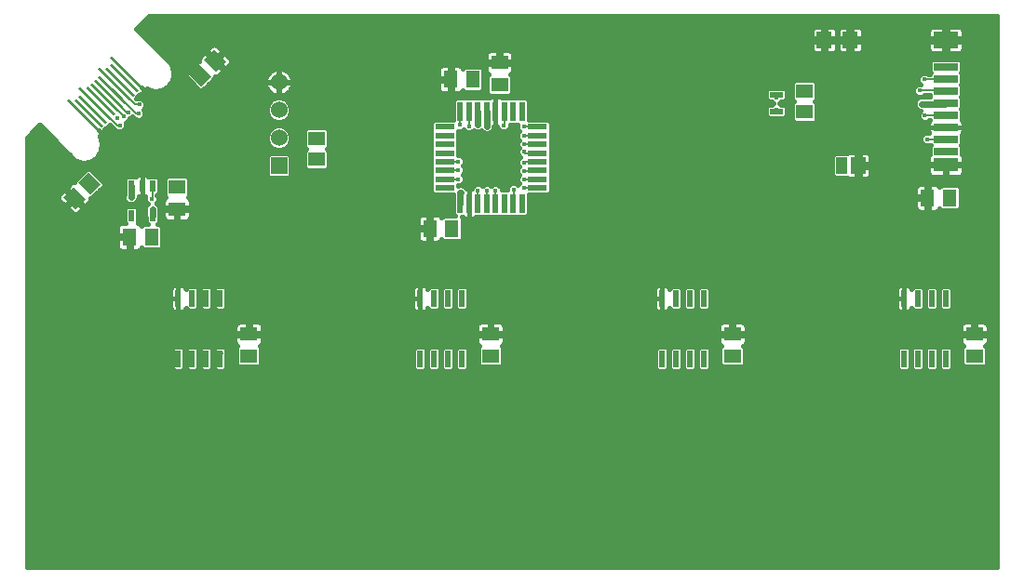
<source format=gtl>
G75*
%MOIN*%
%OFA0B0*%
%FSLAX24Y24*%
%IPPOS*%
%LPD*%
%AMOC8*
5,1,8,0,0,1.08239X$1,22.5*
%
%ADD10R,0.0197X0.0591*%
%ADD11R,0.0600X0.0600*%
%ADD12C,0.0600*%
%ADD13R,0.0512X0.0630*%
%ADD14R,0.0886X0.0512*%
%ADD15R,0.0886X0.0276*%
%ADD16R,0.0886X0.0591*%
%ADD17R,0.0551X0.0591*%
%ADD18R,0.0394X0.0591*%
%ADD19R,0.0709X0.0217*%
%ADD20R,0.0217X0.0709*%
%ADD21R,0.0630X0.0512*%
%ADD22R,0.0591X0.0512*%
%ADD23R,0.0217X0.0394*%
%ADD24R,0.1378X0.0098*%
%ADD25R,0.1575X0.0098*%
%ADD26R,0.0512X0.0591*%
%ADD27R,0.0500X0.0200*%
%ADD28C,0.0178*%
%ADD29C,0.0051*%
%ADD30C,0.0236*%
%ADD31C,0.0160*%
%ADD32C,0.0197*%
%ADD33C,0.0150*%
%ADD34C,0.0079*%
D10*
X008238Y008460D03*
X008738Y008460D03*
X009238Y008460D03*
X009738Y008460D03*
X009738Y010626D03*
X009238Y010626D03*
X008738Y010626D03*
X008238Y010626D03*
X016899Y010626D03*
X017399Y010626D03*
X017899Y010626D03*
X018399Y010626D03*
X018399Y008460D03*
X017899Y008460D03*
X017399Y008460D03*
X016899Y008460D03*
X025561Y008460D03*
X026061Y008460D03*
X026561Y008460D03*
X027061Y008460D03*
X027061Y010626D03*
X026561Y010626D03*
X026061Y010626D03*
X025561Y010626D03*
X034222Y010626D03*
X034722Y010626D03*
X035222Y010626D03*
X035722Y010626D03*
X035722Y008460D03*
X035222Y008460D03*
X034722Y008460D03*
X034222Y008460D03*
D11*
X011839Y015381D03*
D12*
X011839Y016381D03*
X011839Y017381D03*
X011839Y018381D03*
D13*
X017995Y018481D03*
X018782Y018481D03*
X018032Y013131D03*
X017245Y013131D03*
X007282Y012831D03*
X006495Y012831D03*
X035070Y014231D03*
X035857Y014231D03*
D14*
X035721Y015421D03*
D15*
X035721Y015894D03*
X035721Y016327D03*
X035721Y016760D03*
X035721Y017193D03*
X035721Y017626D03*
X035721Y018059D03*
X035721Y018492D03*
X035721Y018925D03*
D16*
X035721Y019890D03*
D17*
X032296Y019890D03*
X031371Y019890D03*
X032581Y015382D03*
D18*
X031991Y015382D03*
D19*
X021092Y015524D03*
X021092Y015209D03*
X021092Y014894D03*
X021092Y014579D03*
X021092Y015839D03*
X021092Y016154D03*
X021092Y016469D03*
X021092Y016784D03*
X017785Y016784D03*
X017785Y016469D03*
X017785Y016154D03*
X017785Y015839D03*
X017785Y015524D03*
X017785Y015209D03*
X017785Y014894D03*
X017785Y014579D03*
D20*
X018336Y014028D03*
X018651Y014028D03*
X018966Y014028D03*
X019281Y014028D03*
X019596Y014028D03*
X019911Y014028D03*
X020226Y014028D03*
X020541Y014028D03*
X020541Y017335D03*
X020226Y017335D03*
X019911Y017335D03*
X019596Y017335D03*
X019281Y017335D03*
X018966Y017335D03*
X018651Y017335D03*
X018336Y017335D03*
D21*
X019739Y018288D03*
X019739Y019075D03*
X008189Y014625D03*
X008189Y013838D03*
X010759Y009346D03*
X010759Y008559D03*
X019421Y008559D03*
X019421Y009346D03*
X028082Y009346D03*
X028082Y008559D03*
X036744Y008559D03*
X036744Y009346D03*
D22*
X030657Y017315D03*
X030657Y018063D03*
X013189Y016356D03*
X013189Y015607D03*
D23*
X007313Y014663D03*
X006939Y014663D03*
X006565Y014663D03*
X006565Y013600D03*
X007313Y013600D03*
D24*
G36*
X004589Y017797D02*
X005562Y016824D01*
X005493Y016755D01*
X004520Y017728D01*
X004589Y017797D01*
G37*
G36*
X004728Y017937D02*
X005701Y016964D01*
X005632Y016895D01*
X004659Y017868D01*
X004728Y017937D01*
G37*
G36*
X005007Y018215D02*
X005980Y017242D01*
X005911Y017173D01*
X004938Y018146D01*
X005007Y018215D01*
G37*
G36*
X005146Y018354D02*
X006119Y017381D01*
X006050Y017312D01*
X005077Y018285D01*
X005146Y018354D01*
G37*
G36*
X005285Y018493D02*
X006258Y017520D01*
X006189Y017451D01*
X005216Y018424D01*
X005285Y018493D01*
G37*
G36*
X005424Y018632D02*
X006397Y017659D01*
X006328Y017590D01*
X005355Y018563D01*
X005424Y018632D01*
G37*
G36*
X005703Y018911D02*
X006676Y017938D01*
X006607Y017869D01*
X005634Y018842D01*
X005703Y018911D01*
G37*
G36*
X005842Y019050D02*
X006815Y018077D01*
X006746Y018008D01*
X005773Y018981D01*
X005842Y019050D01*
G37*
D25*
G36*
X005842Y019329D02*
X006954Y018217D01*
X006884Y018147D01*
X005772Y019259D01*
X005842Y019329D01*
G37*
G36*
X005425Y018911D02*
X006537Y017799D01*
X006467Y017729D01*
X005355Y018841D01*
X005425Y018911D01*
G37*
G36*
X004729Y018215D02*
X005841Y017103D01*
X005771Y017033D01*
X004659Y018145D01*
X004729Y018215D01*
G37*
G36*
X004311Y017798D02*
X005423Y016686D01*
X005353Y016616D01*
X004241Y017728D01*
X004311Y017798D01*
G37*
D26*
G36*
X008635Y018644D02*
X008997Y019006D01*
X009413Y018590D01*
X009051Y018228D01*
X008635Y018644D01*
G37*
G36*
X009164Y019173D02*
X009526Y019535D01*
X009942Y019119D01*
X009580Y018757D01*
X009164Y019173D01*
G37*
G36*
X004664Y014773D02*
X005026Y015135D01*
X005442Y014719D01*
X005080Y014357D01*
X004664Y014773D01*
G37*
G36*
X004135Y014244D02*
X004497Y014606D01*
X004913Y014190D01*
X004551Y013828D01*
X004135Y014244D01*
G37*
D27*
X029653Y017330D03*
X029653Y017930D03*
D28*
X029653Y017819D03*
X029653Y017405D03*
X030775Y017500D03*
X030539Y018208D03*
X034789Y018081D03*
X034939Y018481D03*
X034864Y017606D03*
X034964Y017181D03*
X035039Y016331D03*
X031933Y015196D03*
X035739Y014206D03*
X035714Y010431D03*
X035214Y010431D03*
X034739Y008681D03*
X034214Y008656D03*
X035725Y008631D03*
X036714Y008631D03*
X027976Y008547D03*
X027067Y008665D03*
X026064Y008639D03*
X025564Y008663D03*
X027067Y010425D03*
X026564Y010433D03*
X020535Y013779D03*
X020239Y014531D03*
X020614Y014606D03*
X020614Y014881D03*
X020614Y015206D03*
X020614Y015506D03*
X020614Y015881D03*
X020614Y016156D03*
X020614Y016456D03*
X020614Y016781D03*
X019889Y016831D03*
X019289Y016806D03*
X018964Y016856D03*
X018639Y016806D03*
X018314Y016856D03*
X018264Y015531D03*
X018264Y015231D03*
X018264Y014906D03*
X018339Y014431D03*
X018964Y014506D03*
X019289Y014506D03*
X019589Y014506D03*
X018064Y013306D03*
X013289Y015531D03*
X013389Y016506D03*
X009014Y018406D03*
X007014Y018106D03*
X006839Y017581D03*
X006814Y017256D03*
X006439Y017306D03*
X006274Y017146D03*
X006049Y017096D03*
X006139Y016831D03*
X005464Y016556D03*
X005239Y014681D03*
X006539Y014256D03*
X007289Y014206D03*
X007314Y013831D03*
X007989Y014531D03*
X007339Y012881D03*
X009240Y010432D03*
X009752Y010626D03*
X009739Y008648D03*
X008739Y008647D03*
X008239Y008636D03*
X010739Y008656D03*
X016900Y008635D03*
X017402Y008648D03*
X018400Y008623D03*
X019364Y008658D03*
X017902Y010425D03*
X018409Y010460D03*
X019764Y018331D03*
X018764Y018531D03*
D29*
X018651Y017335D02*
X018639Y017322D01*
X018639Y016806D01*
X018314Y016856D02*
X018314Y017312D01*
X018336Y017335D01*
X019889Y016831D02*
X019911Y016831D01*
X019911Y017335D01*
X020614Y016781D02*
X021090Y016781D01*
X021092Y016784D01*
X021092Y016469D02*
X021080Y016456D01*
X020614Y016456D01*
X020614Y016156D02*
X020616Y016154D01*
X021092Y016154D01*
X021092Y015839D02*
X020656Y015839D01*
X020614Y015881D01*
X020631Y015524D02*
X020614Y015506D01*
X020631Y015524D02*
X021092Y015524D01*
X021092Y015209D02*
X021090Y015206D01*
X020614Y015206D01*
X020614Y014881D02*
X021080Y014881D01*
X021092Y014894D01*
X021065Y014606D02*
X020614Y014606D01*
X020239Y014531D02*
X020239Y014028D01*
X020226Y014028D01*
X020541Y014028D02*
X020541Y013785D01*
X020535Y013779D01*
X019596Y014028D02*
X019596Y014499D01*
X019589Y014506D01*
X019289Y014506D02*
X019289Y014035D01*
X019281Y014028D01*
X018966Y014028D02*
X018964Y014031D01*
X018964Y014506D01*
X018264Y014906D02*
X018251Y014894D01*
X017785Y014894D01*
X017785Y015209D02*
X018241Y015209D01*
X018264Y015231D01*
X018264Y015531D02*
X017793Y015531D01*
X017785Y015524D01*
X021065Y014606D02*
X021092Y014579D01*
X018409Y010626D02*
X018409Y010460D01*
X018399Y010626D02*
X018409Y010626D01*
X017902Y010623D02*
X017902Y010425D01*
X017902Y010623D02*
X017899Y010626D01*
X017402Y008648D02*
X017399Y008645D01*
X017399Y008460D01*
X016899Y008460D02*
X016899Y008634D01*
X016900Y008635D01*
X009752Y010626D02*
X009738Y010626D01*
X009739Y010625D01*
X009264Y010600D02*
X009238Y010626D01*
X009238Y010434D01*
X009240Y010432D01*
X008739Y008647D02*
X008739Y008461D01*
X008738Y008460D01*
X008238Y008460D02*
X008238Y008635D01*
X008239Y008636D01*
X007289Y014206D02*
X007313Y014231D01*
X007313Y014663D01*
X005239Y014681D02*
X005174Y014746D01*
X005053Y014746D01*
X005464Y016556D02*
X004832Y017188D01*
X004832Y017207D01*
X005598Y017833D02*
X006274Y017157D01*
X006274Y017146D01*
X006403Y017306D02*
X006439Y017306D01*
X006403Y017306D02*
X005737Y017972D01*
X005876Y018111D02*
X006731Y017256D01*
X006814Y017256D01*
X007014Y018106D02*
X006382Y018738D01*
X006363Y018738D01*
X009024Y018617D02*
X009024Y018417D01*
X009014Y018406D01*
X013189Y016356D02*
X013238Y016356D01*
X013389Y016506D01*
X013189Y015607D02*
X013265Y015531D01*
X013289Y015531D01*
X025561Y008660D02*
X025564Y008663D01*
X025561Y008660D02*
X025561Y008460D01*
X026061Y008460D02*
X026061Y008636D01*
X026064Y008639D01*
X027067Y010425D02*
X027067Y010620D01*
X027061Y010626D01*
X026561Y010626D02*
X026561Y010436D01*
X026564Y010433D01*
X034214Y008656D02*
X034222Y008648D01*
X034222Y008460D01*
X034722Y008460D02*
X034739Y008477D01*
X034739Y008681D01*
X035214Y010431D02*
X035214Y010626D01*
X035222Y010626D01*
X035714Y010617D02*
X035722Y010626D01*
X035722Y010440D01*
X035714Y010431D01*
X031933Y015196D02*
X031933Y015324D01*
X031991Y015382D01*
X035039Y016331D02*
X035717Y016331D01*
X035721Y016327D01*
X035709Y017181D02*
X034964Y017181D01*
X035709Y017181D02*
X035721Y017193D01*
X035721Y018059D02*
X035699Y018081D01*
X034789Y018081D01*
X034939Y018481D02*
X034949Y018492D01*
X035721Y018492D01*
X030775Y017500D02*
X030775Y017433D01*
X030657Y017315D01*
X029653Y017330D02*
X029653Y017405D01*
X029653Y017819D02*
X029653Y017930D01*
X030539Y018208D02*
X030657Y018090D01*
X030657Y018063D01*
D30*
X034864Y017606D02*
X035701Y017606D01*
X035721Y017626D01*
X035764Y014231D02*
X035739Y014206D01*
X035764Y014231D02*
X035857Y014231D01*
X019764Y018331D02*
X019739Y018306D01*
X019739Y018288D01*
X018764Y018531D02*
X018764Y018550D01*
X018966Y017335D02*
X018964Y017332D01*
X018964Y016856D01*
X019289Y016806D02*
X019289Y017328D01*
X019281Y017335D01*
X018339Y014431D02*
X018336Y014429D01*
X018336Y014028D01*
X018064Y013306D02*
X018064Y013163D01*
X018032Y013131D01*
X010759Y008656D02*
X010739Y008656D01*
X010759Y008656D02*
X010759Y008559D01*
X007282Y012831D02*
X007332Y012881D01*
X007339Y012881D01*
X007313Y012862D02*
X007282Y012831D01*
X007313Y013600D02*
X007313Y013831D01*
X007314Y013831D01*
X006565Y014282D02*
X006565Y014663D01*
X006565Y014282D02*
X006539Y014256D01*
X007989Y014531D02*
X008082Y014625D01*
X008189Y014625D01*
D31*
X002808Y016378D02*
X002808Y001001D01*
X037569Y001001D01*
X037569Y020762D01*
X007192Y020762D01*
X006729Y020299D01*
X006723Y020293D01*
X006729Y020287D01*
X007851Y019165D01*
X007877Y019138D01*
X007877Y019138D01*
X007977Y019038D01*
X008071Y018771D01*
X008071Y018771D01*
X008039Y018490D01*
X008039Y018490D01*
X007889Y018251D01*
X007889Y018251D01*
X007889Y018251D01*
X007649Y018101D01*
X007649Y018101D01*
X007368Y018069D01*
X007368Y018069D01*
X007125Y018154D01*
X007123Y018146D01*
X007099Y018105D01*
X007047Y018054D01*
X006917Y018185D01*
X007047Y018054D01*
X006996Y018002D01*
X006955Y017979D01*
X006909Y017966D01*
X006889Y017966D01*
X006800Y017877D01*
X006714Y017791D01*
X006726Y017779D01*
X006748Y017801D01*
X006929Y017801D01*
X007058Y017672D01*
X007058Y017491D01*
X006973Y017406D01*
X007033Y017347D01*
X007033Y017166D01*
X006904Y017037D01*
X006723Y017037D01*
X006601Y017159D01*
X006529Y017087D01*
X006493Y017087D01*
X006493Y017056D01*
X006364Y016927D01*
X006352Y016927D01*
X006358Y016922D01*
X006358Y016741D01*
X006229Y016612D01*
X006048Y016612D01*
X005998Y016662D01*
X005973Y016662D01*
X005873Y016761D01*
X005779Y016856D01*
X005686Y016764D01*
X005604Y016681D01*
X005604Y016661D01*
X005592Y016615D01*
X005568Y016574D01*
X005516Y016523D01*
X005386Y016653D01*
X005386Y016653D01*
X005516Y016523D01*
X005465Y016471D01*
X005424Y016447D01*
X005416Y016445D01*
X005501Y016202D01*
X005501Y016202D01*
X005469Y015921D01*
X005469Y015921D01*
X005319Y015682D01*
X005319Y015682D01*
X005319Y015682D01*
X005080Y015531D01*
X005080Y015531D01*
X004799Y015499D01*
X004799Y015499D01*
X004532Y015593D01*
X004532Y015593D01*
X004432Y015693D01*
X004397Y015728D01*
X004397Y015728D01*
X003281Y016844D01*
X003277Y016847D01*
X003271Y016841D01*
X003271Y016841D01*
X002808Y016378D01*
X002845Y016415D02*
X003710Y016415D01*
X003552Y016573D02*
X003003Y016573D01*
X003162Y016732D02*
X003393Y016732D01*
X003869Y016256D02*
X002808Y016256D01*
X002808Y016098D02*
X004027Y016098D01*
X004186Y015939D02*
X002808Y015939D01*
X002808Y015781D02*
X004344Y015781D01*
X004503Y015622D02*
X002808Y015622D01*
X002808Y015464D02*
X011409Y015464D01*
X011409Y015622D02*
X005224Y015622D01*
X005381Y015781D02*
X011454Y015781D01*
X011485Y015811D02*
X011409Y015735D01*
X011409Y015028D01*
X011485Y014952D01*
X012192Y014952D01*
X012268Y015028D01*
X012268Y015735D01*
X012192Y015811D01*
X011485Y015811D01*
X011595Y016017D02*
X011753Y015952D01*
X011924Y015952D01*
X012082Y016017D01*
X012203Y016138D01*
X012268Y016296D01*
X012268Y016467D01*
X012203Y016625D01*
X012082Y016746D01*
X011924Y016811D01*
X011753Y016811D01*
X011595Y016746D01*
X011474Y016625D01*
X011409Y016467D01*
X011409Y016296D01*
X011474Y016138D01*
X011595Y016017D01*
X011515Y016098D02*
X005489Y016098D01*
X005482Y016256D02*
X011425Y016256D01*
X011409Y016415D02*
X005427Y016415D01*
X005466Y016573D02*
X005466Y016573D01*
X005567Y016573D02*
X011453Y016573D01*
X011581Y016732D02*
X006348Y016732D01*
X006358Y016890D02*
X017301Y016890D01*
X017301Y016946D02*
X017301Y014417D01*
X017377Y014341D01*
X018088Y014341D01*
X018088Y013979D01*
X018098Y013955D01*
X018098Y013620D01*
X018142Y013576D01*
X017723Y013576D01*
X017666Y013520D01*
X017645Y013557D01*
X017611Y013590D01*
X017570Y013614D01*
X017524Y013626D01*
X017293Y013626D01*
X017293Y013179D01*
X017197Y013179D01*
X017197Y013084D01*
X016809Y013084D01*
X016809Y012793D01*
X016821Y012747D01*
X016845Y012706D01*
X016878Y012672D01*
X016919Y012649D01*
X016965Y012637D01*
X017197Y012637D01*
X017197Y013084D01*
X017293Y013084D01*
X017293Y012637D01*
X017524Y012637D01*
X017570Y012649D01*
X017611Y012672D01*
X017645Y012706D01*
X017666Y012743D01*
X017723Y012687D01*
X018342Y012687D01*
X018418Y012763D01*
X018418Y013500D01*
X018374Y013544D01*
X018418Y013544D01*
X018432Y013530D01*
X018473Y013506D01*
X018519Y013494D01*
X018651Y013494D01*
X018651Y014028D01*
X018651Y014562D01*
X018553Y014562D01*
X018549Y014572D01*
X018479Y014642D01*
X018388Y014679D01*
X018289Y014679D01*
X018269Y014671D01*
X018269Y014687D01*
X018354Y014687D01*
X018483Y014816D01*
X018483Y014997D01*
X018411Y015069D01*
X018483Y015141D01*
X018483Y015322D01*
X018423Y015381D01*
X018483Y015441D01*
X018483Y015622D01*
X020419Y015622D01*
X020395Y015597D02*
X020395Y015416D01*
X020454Y015356D01*
X020395Y015297D01*
X020395Y015116D01*
X020466Y015044D01*
X020395Y014972D01*
X020395Y014791D01*
X020441Y014744D01*
X020395Y014697D01*
X020395Y014685D01*
X020329Y014751D01*
X020148Y014751D01*
X020020Y014622D01*
X020020Y014512D01*
X019808Y014512D01*
X019808Y014597D01*
X019679Y014726D01*
X019498Y014726D01*
X019439Y014666D01*
X019379Y014726D01*
X019198Y014726D01*
X019126Y014654D01*
X019054Y014726D01*
X018873Y014726D01*
X018745Y014597D01*
X018745Y014562D01*
X018651Y014562D01*
X018651Y014028D01*
X018651Y014028D01*
X018651Y014028D01*
X018651Y013494D01*
X018783Y013494D01*
X018829Y013506D01*
X018870Y013530D01*
X018884Y013544D01*
X020703Y013544D01*
X020779Y013620D01*
X020779Y014341D01*
X021500Y014341D01*
X021576Y014417D01*
X021576Y016946D01*
X021500Y017022D01*
X020779Y017022D01*
X020779Y017743D01*
X020703Y017819D01*
X019829Y017819D01*
X019815Y017833D01*
X019774Y017857D01*
X019728Y017869D01*
X019596Y017869D01*
X019464Y017869D01*
X019418Y017857D01*
X019377Y017833D01*
X019363Y017819D01*
X018174Y017819D01*
X018098Y017743D01*
X018098Y017022D01*
X017377Y017022D01*
X017301Y016946D01*
X017301Y016732D02*
X013547Y016732D01*
X013538Y016741D02*
X012840Y016741D01*
X012764Y016665D01*
X012764Y016046D01*
X012828Y015981D01*
X012764Y015917D01*
X012764Y015298D01*
X012840Y015222D01*
X013538Y015222D01*
X013614Y015298D01*
X013614Y015917D01*
X013549Y015981D01*
X013614Y016046D01*
X013614Y016665D01*
X013538Y016741D01*
X013614Y016573D02*
X017301Y016573D01*
X017301Y016415D02*
X013614Y016415D01*
X013614Y016256D02*
X017301Y016256D01*
X017301Y016098D02*
X013614Y016098D01*
X013592Y015939D02*
X017301Y015939D01*
X017301Y015781D02*
X013614Y015781D01*
X013614Y015622D02*
X017301Y015622D01*
X017301Y015464D02*
X013614Y015464D01*
X013614Y015305D02*
X017301Y015305D01*
X017301Y015147D02*
X012268Y015147D01*
X012268Y015305D02*
X012764Y015305D01*
X012764Y015464D02*
X012268Y015464D01*
X012268Y015622D02*
X012764Y015622D01*
X012764Y015781D02*
X012223Y015781D01*
X012785Y015939D02*
X005471Y015939D01*
X005079Y015266D02*
X004971Y015266D01*
X004534Y014828D01*
X004534Y014783D01*
X004520Y014787D01*
X004473Y014787D01*
X004427Y014775D01*
X004386Y014751D01*
X004222Y014587D01*
X004524Y014285D01*
X004456Y014217D01*
X004524Y014149D01*
X004250Y013875D01*
X004441Y013683D01*
X004482Y013660D01*
X004528Y013647D01*
X004576Y013647D01*
X004621Y013660D01*
X004662Y013683D01*
X004826Y013847D01*
X004524Y014149D01*
X004592Y014217D01*
X004894Y013915D01*
X005058Y014079D01*
X005082Y014120D01*
X005094Y014165D01*
X005094Y014213D01*
X005090Y014226D01*
X005135Y014226D01*
X005573Y014664D01*
X005573Y014772D01*
X005079Y015266D01*
X005198Y015147D02*
X011409Y015147D01*
X011409Y015305D02*
X002808Y015305D01*
X002808Y015147D02*
X004852Y015147D01*
X004694Y014988D02*
X002808Y014988D01*
X002808Y014830D02*
X004535Y014830D01*
X004306Y014671D02*
X002808Y014671D01*
X002808Y014513D02*
X004147Y014513D01*
X004154Y014519D02*
X003990Y014355D01*
X003967Y014314D01*
X003954Y014269D01*
X003954Y014221D01*
X003967Y014175D01*
X003990Y014134D01*
X004182Y013943D01*
X004456Y014217D01*
X004154Y014519D01*
X004161Y014513D02*
X004296Y014513D01*
X004319Y014354D02*
X004455Y014354D01*
X004435Y014196D02*
X004478Y014196D01*
X004570Y014196D02*
X004613Y014196D01*
X004636Y014037D02*
X004772Y014037D01*
X004795Y013879D02*
X006354Y013879D01*
X006326Y013851D02*
X006326Y013349D01*
X006349Y013326D01*
X006215Y013326D01*
X006169Y013314D01*
X006128Y013290D01*
X006095Y013257D01*
X006071Y013216D01*
X006059Y013170D01*
X006059Y012879D01*
X006447Y012879D01*
X006447Y012784D01*
X006059Y012784D01*
X006059Y012493D01*
X006071Y012447D01*
X006095Y012406D01*
X006128Y012372D01*
X006169Y012349D01*
X006215Y012337D01*
X006447Y012337D01*
X006447Y012784D01*
X006543Y012784D01*
X006543Y012337D01*
X006774Y012337D01*
X006820Y012349D01*
X006861Y012372D01*
X006895Y012406D01*
X006916Y012443D01*
X006973Y012387D01*
X007592Y012387D01*
X007668Y012463D01*
X007668Y013200D01*
X007592Y013276D01*
X007478Y013276D01*
X007551Y013349D01*
X007551Y013527D01*
X007561Y013551D01*
X007561Y013780D01*
X007561Y013782D01*
X007561Y013881D01*
X007524Y013972D01*
X007454Y014042D01*
X007439Y014048D01*
X007508Y014116D01*
X007508Y014297D01*
X007468Y014336D01*
X007475Y014336D01*
X007551Y014412D01*
X007551Y014914D01*
X007475Y014990D01*
X007172Y014990D01*
X007157Y015004D01*
X007116Y015028D01*
X007071Y015040D01*
X006939Y015040D01*
X006939Y014663D01*
X006939Y014663D01*
X006939Y014286D01*
X007070Y014286D01*
X007070Y014116D01*
X007158Y014027D01*
X007102Y013971D01*
X007065Y013880D01*
X007065Y013551D01*
X007075Y013527D01*
X007075Y013349D01*
X007148Y013276D01*
X006973Y013276D01*
X006916Y013220D01*
X006895Y013257D01*
X006861Y013290D01*
X006820Y013314D01*
X006779Y013325D01*
X006803Y013349D01*
X006803Y013851D01*
X006727Y013927D01*
X006403Y013927D01*
X006326Y013851D01*
X006326Y013720D02*
X004699Y013720D01*
X004405Y013720D02*
X002808Y013720D01*
X002808Y013562D02*
X006326Y013562D01*
X006326Y013403D02*
X002808Y013403D01*
X002808Y013245D02*
X006088Y013245D01*
X006059Y013086D02*
X002808Y013086D01*
X002808Y012928D02*
X006059Y012928D01*
X006059Y012769D02*
X002808Y012769D01*
X002808Y012611D02*
X006059Y012611D01*
X006070Y012452D02*
X002808Y012452D01*
X002808Y012294D02*
X037569Y012294D01*
X037569Y012452D02*
X007657Y012452D01*
X007668Y012611D02*
X037569Y012611D01*
X037569Y012769D02*
X018418Y012769D01*
X018418Y012928D02*
X037569Y012928D01*
X037569Y013086D02*
X018418Y013086D01*
X018418Y013245D02*
X037569Y013245D01*
X037569Y013403D02*
X018418Y013403D01*
X018651Y013562D02*
X018651Y013562D01*
X018651Y013720D02*
X018651Y013720D01*
X018651Y013879D02*
X018651Y013879D01*
X018651Y014037D02*
X018651Y014037D01*
X018651Y014196D02*
X018651Y014196D01*
X018651Y014354D02*
X018651Y014354D01*
X018651Y014513D02*
X018651Y014513D01*
X018818Y014671D02*
X018408Y014671D01*
X018483Y014830D02*
X020395Y014830D01*
X020410Y014988D02*
X018483Y014988D01*
X018483Y015147D02*
X020395Y015147D01*
X020402Y015305D02*
X018483Y015305D01*
X018483Y015464D02*
X020395Y015464D01*
X020395Y015597D02*
X020491Y015694D01*
X020395Y015791D01*
X020395Y015972D01*
X020441Y016019D01*
X020395Y016066D01*
X020395Y016247D01*
X020454Y016306D01*
X020395Y016366D01*
X020395Y016547D01*
X020466Y016619D01*
X020395Y016691D01*
X020395Y016851D01*
X020108Y016851D01*
X020108Y016741D01*
X019979Y016612D01*
X019798Y016612D01*
X019670Y016741D01*
X019670Y016801D01*
X019596Y016801D01*
X019596Y017335D01*
X019596Y017335D01*
X019596Y016801D01*
X019536Y016801D01*
X019536Y016757D01*
X019499Y016666D01*
X019429Y016596D01*
X019338Y016559D01*
X019239Y016559D01*
X019148Y016596D01*
X019100Y016645D01*
X019013Y016609D01*
X018914Y016609D01*
X018823Y016646D01*
X018806Y016664D01*
X018729Y016587D01*
X018548Y016587D01*
X018451Y016684D01*
X018404Y016637D01*
X018269Y016637D01*
X018269Y015992D01*
X018269Y015751D01*
X018354Y015751D01*
X018483Y015622D01*
X018269Y015781D02*
X020405Y015781D01*
X020395Y015939D02*
X018269Y015939D01*
X018269Y016098D02*
X020395Y016098D01*
X020403Y016256D02*
X018269Y016256D01*
X018269Y016415D02*
X020395Y016415D01*
X020420Y016573D02*
X019373Y016573D01*
X019204Y016573D02*
X018269Y016573D01*
X018098Y017049D02*
X012113Y017049D01*
X012082Y017017D02*
X012203Y017138D01*
X012268Y017296D01*
X012268Y017467D01*
X012203Y017625D01*
X012082Y017746D01*
X011924Y017811D01*
X011753Y017811D01*
X011595Y017746D01*
X011474Y017625D01*
X011409Y017467D01*
X011409Y017296D01*
X011474Y017138D01*
X011595Y017017D01*
X011753Y016952D01*
X011924Y016952D01*
X012082Y017017D01*
X012232Y017207D02*
X018098Y017207D01*
X018098Y017366D02*
X012268Y017366D01*
X012245Y017524D02*
X018098Y017524D01*
X018098Y017683D02*
X012145Y017683D01*
X012023Y017937D02*
X012090Y017971D01*
X012151Y018015D01*
X012205Y018069D01*
X012249Y018130D01*
X012283Y018197D01*
X012307Y018269D01*
X012319Y018344D01*
X012319Y018361D01*
X011859Y018361D01*
X011859Y018401D01*
X012319Y018401D01*
X012319Y018419D01*
X012307Y018494D01*
X012283Y018566D01*
X012249Y018633D01*
X012205Y018694D01*
X012151Y018748D01*
X012090Y018792D01*
X012023Y018826D01*
X011951Y018850D01*
X011876Y018861D01*
X011859Y018861D01*
X011859Y018402D01*
X011819Y018402D01*
X011819Y018861D01*
X011801Y018861D01*
X011726Y018850D01*
X011654Y018826D01*
X011587Y018792D01*
X009839Y018792D01*
X009855Y018776D02*
X009691Y018612D01*
X009650Y018588D01*
X009605Y018576D01*
X009557Y018576D01*
X009544Y018580D01*
X009544Y018535D01*
X009106Y018097D01*
X008998Y018097D01*
X008505Y018591D01*
X008505Y018699D01*
X008943Y019137D01*
X008987Y019137D01*
X008983Y019150D01*
X008983Y019198D01*
X008996Y019243D01*
X009019Y019284D01*
X009183Y019448D01*
X009485Y019146D01*
X009553Y019214D01*
X009251Y019516D01*
X009415Y019680D01*
X009456Y019703D01*
X009502Y019716D01*
X009549Y019716D01*
X009595Y019703D01*
X009636Y019680D01*
X009827Y019488D01*
X009553Y019214D01*
X009621Y019146D01*
X009895Y019420D01*
X010087Y019229D01*
X010111Y019188D01*
X010123Y019142D01*
X010123Y019094D01*
X010111Y019049D01*
X010087Y019008D01*
X009923Y018844D01*
X009621Y019146D01*
X009553Y019078D01*
X009855Y018776D01*
X009816Y018951D02*
X009681Y018951D01*
X009658Y019109D02*
X009584Y019109D01*
X009607Y019268D02*
X009742Y019268D01*
X009765Y019426D02*
X019271Y019426D01*
X019280Y019442D02*
X019256Y019401D01*
X019244Y019355D01*
X019244Y019123D01*
X019691Y019123D01*
X019691Y019511D01*
X019400Y019511D01*
X019354Y019499D01*
X019313Y019475D01*
X019280Y019442D01*
X019244Y019268D02*
X010048Y019268D01*
X010123Y019109D02*
X019691Y019109D01*
X019691Y019123D02*
X019691Y019027D01*
X019244Y019027D01*
X019244Y018796D01*
X019256Y018750D01*
X019280Y018709D01*
X019313Y018675D01*
X019350Y018654D01*
X019294Y018597D01*
X019294Y017978D01*
X019370Y017902D01*
X020107Y017902D01*
X020183Y017978D01*
X020183Y018597D01*
X020127Y018654D01*
X020164Y018675D01*
X020198Y018709D01*
X020221Y018750D01*
X020234Y018796D01*
X020234Y019027D01*
X019787Y019027D01*
X019787Y019123D01*
X020234Y019123D01*
X020234Y019355D01*
X020221Y019401D01*
X020198Y019442D01*
X020164Y019475D01*
X020123Y019499D01*
X020077Y019511D01*
X019787Y019511D01*
X019787Y019123D01*
X019691Y019123D01*
X019787Y019109D02*
X035148Y019109D01*
X035148Y019117D02*
X035148Y018734D01*
X035173Y018709D01*
X035148Y018684D01*
X035148Y018648D01*
X035082Y018648D01*
X035029Y018701D01*
X034848Y018701D01*
X034720Y018572D01*
X034720Y018391D01*
X034810Y018301D01*
X034698Y018301D01*
X034570Y018172D01*
X034570Y017991D01*
X034698Y017862D01*
X034879Y017862D01*
X034943Y017926D01*
X035148Y017926D01*
X035148Y017868D01*
X035162Y017854D01*
X034814Y017854D01*
X034723Y017817D01*
X034653Y017747D01*
X034616Y017656D01*
X034616Y017557D01*
X034653Y017466D01*
X034723Y017396D01*
X034814Y017359D01*
X034831Y017359D01*
X034745Y017272D01*
X034745Y017091D01*
X034873Y016962D01*
X035054Y016962D01*
X035118Y017026D01*
X035148Y017026D01*
X035148Y017023D01*
X035134Y017008D01*
X035110Y016967D01*
X035098Y016922D01*
X035098Y016760D01*
X035098Y016599D01*
X035110Y016553D01*
X035112Y016551D01*
X034948Y016551D01*
X034820Y016422D01*
X034820Y016241D01*
X034948Y016112D01*
X035129Y016112D01*
X035150Y016133D01*
X035173Y016110D01*
X035148Y016085D01*
X035148Y015802D01*
X035134Y015788D01*
X035110Y015747D01*
X035098Y015701D01*
X035098Y015469D01*
X035673Y015469D01*
X035673Y015374D01*
X035098Y015374D01*
X035098Y015142D01*
X035110Y015096D01*
X035134Y015055D01*
X035168Y015022D01*
X035209Y014998D01*
X035254Y014986D01*
X035673Y014986D01*
X035673Y015373D01*
X035769Y015373D01*
X035769Y014986D01*
X036188Y014986D01*
X036233Y014998D01*
X036274Y015022D01*
X036308Y015055D01*
X036332Y015096D01*
X036344Y015142D01*
X036344Y015374D01*
X035769Y015374D01*
X035769Y015469D01*
X036344Y015469D01*
X036344Y015701D01*
X036332Y015747D01*
X036308Y015788D01*
X036294Y015802D01*
X036294Y016085D01*
X036269Y016110D01*
X036294Y016135D01*
X036294Y016497D01*
X036308Y016512D01*
X036332Y016553D01*
X036344Y016599D01*
X036344Y016760D01*
X035721Y016760D01*
X035098Y016760D01*
X035721Y016760D01*
X035721Y016760D01*
X035721Y016760D01*
X036344Y016760D01*
X036344Y016922D01*
X036332Y016967D01*
X036308Y017008D01*
X036294Y017023D01*
X036294Y017385D01*
X036269Y017410D01*
X036294Y017435D01*
X036294Y017818D01*
X036269Y017843D01*
X036294Y017868D01*
X036294Y018251D01*
X036269Y018276D01*
X036294Y018301D01*
X036294Y018684D01*
X036269Y018709D01*
X036294Y018734D01*
X036294Y019117D01*
X036218Y019193D01*
X035224Y019193D01*
X035148Y019117D01*
X035148Y018951D02*
X020234Y018951D01*
X020233Y018792D02*
X035148Y018792D01*
X034781Y018634D02*
X020147Y018634D01*
X020183Y018475D02*
X034720Y018475D01*
X034794Y018317D02*
X031082Y018317D01*
X031082Y018372D02*
X031006Y018448D01*
X030308Y018448D01*
X030232Y018372D01*
X030232Y017753D01*
X030296Y017689D01*
X030232Y017624D01*
X030232Y017005D01*
X030308Y016929D01*
X031006Y016929D01*
X031082Y017005D01*
X031082Y017624D01*
X031018Y017689D01*
X031082Y017753D01*
X031082Y018372D01*
X031082Y018158D02*
X034570Y018158D01*
X034570Y018000D02*
X031082Y018000D01*
X031082Y017841D02*
X034782Y017841D01*
X034627Y017683D02*
X031024Y017683D01*
X031082Y017524D02*
X034629Y017524D01*
X034798Y017366D02*
X031082Y017366D01*
X031082Y017207D02*
X034745Y017207D01*
X034787Y017049D02*
X031082Y017049D01*
X030232Y017049D02*
X020779Y017049D01*
X020779Y017207D02*
X029273Y017207D01*
X029273Y017176D02*
X029349Y017100D01*
X029957Y017100D01*
X030033Y017176D01*
X030033Y017483D01*
X029957Y017559D01*
X029809Y017559D01*
X029756Y017612D01*
X029844Y017700D01*
X029957Y017700D01*
X030033Y017776D01*
X030033Y018083D01*
X029957Y018159D01*
X029349Y018159D01*
X029273Y018083D01*
X029273Y017776D01*
X029349Y017700D01*
X029462Y017700D01*
X029550Y017612D01*
X029498Y017559D01*
X029349Y017559D01*
X029273Y017483D01*
X029273Y017176D01*
X029273Y017366D02*
X020779Y017366D01*
X020779Y017524D02*
X029314Y017524D01*
X029479Y017683D02*
X020779Y017683D01*
X020183Y018000D02*
X029273Y018000D01*
X029273Y017841D02*
X019802Y017841D01*
X019596Y017841D02*
X019596Y017841D01*
X019596Y017869D02*
X019596Y017335D01*
X019596Y017335D01*
X019596Y017869D01*
X019596Y017683D02*
X019596Y017683D01*
X019596Y017524D02*
X019596Y017524D01*
X019596Y017366D02*
X019596Y017366D01*
X019596Y017207D02*
X019596Y017207D01*
X019596Y017049D02*
X019596Y017049D01*
X019596Y016890D02*
X019596Y016890D01*
X019526Y016732D02*
X019679Y016732D01*
X020098Y016732D02*
X020395Y016732D01*
X021576Y016732D02*
X035098Y016732D01*
X035098Y016890D02*
X021576Y016890D01*
X021576Y016573D02*
X035105Y016573D01*
X034820Y016415D02*
X021576Y016415D01*
X021576Y016256D02*
X034820Y016256D01*
X035160Y016098D02*
X021576Y016098D01*
X021576Y015939D02*
X035148Y015939D01*
X035130Y015781D02*
X033005Y015781D01*
X033001Y015788D02*
X032967Y015821D01*
X032926Y015845D01*
X032881Y015857D01*
X032639Y015857D01*
X032639Y015440D01*
X032524Y015440D01*
X032524Y015857D01*
X032282Y015857D01*
X032236Y015845D01*
X032195Y015821D01*
X032181Y015807D01*
X031740Y015807D01*
X031664Y015731D01*
X031664Y015033D01*
X031740Y014957D01*
X032181Y014957D01*
X032195Y014943D01*
X032236Y014919D01*
X032282Y014907D01*
X032524Y014907D01*
X032524Y015324D01*
X032639Y015324D01*
X032639Y014907D01*
X032881Y014907D01*
X032926Y014919D01*
X032967Y014943D01*
X033001Y014976D01*
X033025Y015017D01*
X033037Y015063D01*
X033037Y015324D01*
X032639Y015324D01*
X032639Y015440D01*
X033037Y015440D01*
X033037Y015701D01*
X033025Y015747D01*
X033001Y015788D01*
X033037Y015622D02*
X035098Y015622D01*
X035098Y015305D02*
X033037Y015305D01*
X033037Y015147D02*
X035098Y015147D01*
X035245Y014988D02*
X033008Y014988D01*
X032639Y014988D02*
X032524Y014988D01*
X032524Y015147D02*
X032639Y015147D01*
X032639Y015305D02*
X032524Y015305D01*
X032524Y015464D02*
X032639Y015464D01*
X032639Y015622D02*
X032524Y015622D01*
X032524Y015781D02*
X032639Y015781D01*
X033037Y015464D02*
X035673Y015464D01*
X035769Y015464D02*
X037569Y015464D01*
X037569Y015622D02*
X036344Y015622D01*
X036312Y015781D02*
X037569Y015781D01*
X037569Y015939D02*
X036294Y015939D01*
X036282Y016098D02*
X037569Y016098D01*
X037569Y016256D02*
X036294Y016256D01*
X036294Y016415D02*
X037569Y016415D01*
X037569Y016573D02*
X036337Y016573D01*
X036344Y016732D02*
X037569Y016732D01*
X037569Y016890D02*
X036344Y016890D01*
X036294Y017049D02*
X037569Y017049D01*
X037569Y017207D02*
X036294Y017207D01*
X036294Y017366D02*
X037569Y017366D01*
X037569Y017524D02*
X036294Y017524D01*
X036294Y017683D02*
X037569Y017683D01*
X037569Y017841D02*
X036270Y017841D01*
X036294Y018000D02*
X037569Y018000D01*
X037569Y018158D02*
X036294Y018158D01*
X036294Y018317D02*
X037569Y018317D01*
X037569Y018475D02*
X036294Y018475D01*
X036294Y018634D02*
X037569Y018634D01*
X037569Y018792D02*
X036294Y018792D01*
X036294Y018951D02*
X037569Y018951D01*
X037569Y019109D02*
X036294Y019109D01*
X036230Y019426D02*
X037569Y019426D01*
X037569Y019268D02*
X020234Y019268D01*
X020207Y019426D02*
X031029Y019426D01*
X031026Y019427D02*
X031071Y019415D01*
X031313Y019415D01*
X031313Y019832D01*
X031428Y019832D01*
X031428Y019415D01*
X031670Y019415D01*
X031716Y019427D01*
X031757Y019451D01*
X031790Y019484D01*
X031814Y019525D01*
X031826Y019571D01*
X031826Y019832D01*
X031428Y019832D01*
X031428Y019948D01*
X031313Y019948D01*
X031313Y020365D01*
X031071Y020365D01*
X031026Y020353D01*
X030985Y020329D01*
X030951Y020296D01*
X030927Y020255D01*
X030915Y020209D01*
X030915Y019948D01*
X031313Y019948D01*
X031313Y019832D01*
X030915Y019832D01*
X030915Y019571D01*
X030927Y019525D01*
X030951Y019484D01*
X030985Y019451D01*
X031026Y019427D01*
X030915Y019585D02*
X009731Y019585D01*
X009319Y019585D02*
X007431Y019585D01*
X007272Y019743D02*
X030915Y019743D01*
X031313Y019743D02*
X031428Y019743D01*
X031428Y019585D02*
X031313Y019585D01*
X031313Y019426D02*
X031428Y019426D01*
X031712Y019426D02*
X031954Y019426D01*
X031951Y019427D02*
X031997Y019415D01*
X032238Y019415D01*
X032238Y019832D01*
X032354Y019832D01*
X032354Y019948D01*
X032751Y019948D01*
X032751Y020209D01*
X032739Y020255D01*
X032715Y020296D01*
X032682Y020329D01*
X032641Y020353D01*
X032595Y020365D01*
X032354Y020365D01*
X032354Y019948D01*
X032238Y019948D01*
X032238Y020365D01*
X031997Y020365D01*
X031951Y020353D01*
X031910Y020329D01*
X031876Y020296D01*
X031853Y020255D01*
X031840Y020209D01*
X031840Y019948D01*
X032238Y019948D01*
X032238Y019832D01*
X031840Y019832D01*
X031840Y019571D01*
X031853Y019525D01*
X031876Y019484D01*
X031910Y019451D01*
X031951Y019427D01*
X031840Y019585D02*
X031826Y019585D01*
X031826Y019743D02*
X031840Y019743D01*
X031826Y019948D02*
X031428Y019948D01*
X031428Y020365D01*
X031670Y020365D01*
X031716Y020353D01*
X031757Y020329D01*
X031790Y020296D01*
X031814Y020255D01*
X031826Y020209D01*
X031826Y019948D01*
X031826Y020060D02*
X031840Y020060D01*
X031824Y020219D02*
X031843Y020219D01*
X032238Y020219D02*
X032354Y020219D01*
X032354Y020060D02*
X032238Y020060D01*
X032238Y019902D02*
X031428Y019902D01*
X031313Y019902D02*
X007114Y019902D01*
X006955Y020060D02*
X030915Y020060D01*
X030918Y020219D02*
X006797Y020219D01*
X006807Y020377D02*
X037569Y020377D01*
X037569Y020219D02*
X036341Y020219D01*
X036344Y020209D02*
X036332Y020255D01*
X036308Y020296D01*
X036274Y020329D01*
X036233Y020353D01*
X036188Y020365D01*
X035789Y020365D01*
X035789Y019958D01*
X035653Y019958D01*
X035653Y020365D01*
X035254Y020365D01*
X035209Y020353D01*
X035168Y020329D01*
X035134Y020296D01*
X035110Y020255D01*
X035098Y020209D01*
X035098Y019958D01*
X035653Y019958D01*
X035653Y019822D01*
X035098Y019822D01*
X035098Y019571D01*
X035110Y019525D01*
X035134Y019484D01*
X035168Y019451D01*
X035209Y019427D01*
X035254Y019415D01*
X035653Y019415D01*
X035653Y019822D01*
X035789Y019822D01*
X035789Y019958D01*
X036344Y019958D01*
X036344Y020209D01*
X036344Y020060D02*
X037569Y020060D01*
X037569Y019902D02*
X035789Y019902D01*
X035789Y019822D02*
X036344Y019822D01*
X036344Y019571D01*
X036332Y019525D01*
X036308Y019484D01*
X036274Y019451D01*
X036233Y019427D01*
X036188Y019415D01*
X035789Y019415D01*
X035789Y019822D01*
X035789Y019743D02*
X035653Y019743D01*
X035653Y019585D02*
X035789Y019585D01*
X035789Y019426D02*
X035653Y019426D01*
X035212Y019426D02*
X032637Y019426D01*
X032641Y019427D02*
X032682Y019451D01*
X032715Y019484D01*
X032739Y019525D01*
X032751Y019571D01*
X032751Y019832D01*
X032354Y019832D01*
X032354Y019415D01*
X032595Y019415D01*
X032641Y019427D01*
X032751Y019585D02*
X035098Y019585D01*
X035098Y019743D02*
X032751Y019743D01*
X032354Y019743D02*
X032238Y019743D01*
X032238Y019585D02*
X032354Y019585D01*
X032354Y019426D02*
X032238Y019426D01*
X032354Y019902D02*
X035653Y019902D01*
X035653Y020060D02*
X035789Y020060D01*
X035789Y020219D02*
X035653Y020219D01*
X035101Y020219D02*
X032749Y020219D01*
X032751Y020060D02*
X035098Y020060D01*
X036344Y019743D02*
X037569Y019743D01*
X037569Y019585D02*
X036344Y019585D01*
X037569Y020536D02*
X006966Y020536D01*
X007124Y020694D02*
X037569Y020694D01*
X031428Y020219D02*
X031313Y020219D01*
X031313Y020060D02*
X031428Y020060D01*
X030232Y018317D02*
X020183Y018317D01*
X020183Y018158D02*
X029348Y018158D01*
X029958Y018158D02*
X030232Y018158D01*
X030232Y018000D02*
X030033Y018000D01*
X030033Y017841D02*
X030232Y017841D01*
X030290Y017683D02*
X029827Y017683D01*
X029992Y017524D02*
X030232Y017524D01*
X030232Y017366D02*
X030033Y017366D01*
X030033Y017207D02*
X030232Y017207D01*
X031713Y015781D02*
X021576Y015781D01*
X021576Y015622D02*
X031664Y015622D01*
X031664Y015464D02*
X021576Y015464D01*
X021576Y015305D02*
X031664Y015305D01*
X031664Y015147D02*
X021576Y015147D01*
X021576Y014988D02*
X031709Y014988D01*
X034634Y014570D02*
X034634Y014279D01*
X035022Y014279D01*
X035022Y014184D01*
X034634Y014184D01*
X034634Y013893D01*
X034646Y013847D01*
X034670Y013806D01*
X034703Y013772D01*
X034744Y013749D01*
X034790Y013737D01*
X035022Y013737D01*
X035022Y014184D01*
X035118Y014184D01*
X035118Y013737D01*
X035349Y013737D01*
X035395Y013749D01*
X035436Y013772D01*
X035470Y013806D01*
X035491Y013843D01*
X035548Y013787D01*
X036167Y013787D01*
X036243Y013863D01*
X036243Y014600D01*
X036167Y014676D01*
X035548Y014676D01*
X035491Y014620D01*
X035470Y014657D01*
X035436Y014690D01*
X035395Y014714D01*
X035349Y014726D01*
X035118Y014726D01*
X035118Y014279D01*
X035022Y014279D01*
X035022Y014726D01*
X034790Y014726D01*
X034744Y014714D01*
X034703Y014690D01*
X034670Y014657D01*
X034646Y014616D01*
X034634Y014570D01*
X034634Y014513D02*
X021576Y014513D01*
X021576Y014671D02*
X034684Y014671D01*
X034634Y014354D02*
X021513Y014354D01*
X021576Y014830D02*
X037569Y014830D01*
X037569Y014988D02*
X036197Y014988D01*
X036344Y015147D02*
X037569Y015147D01*
X037569Y015305D02*
X036344Y015305D01*
X035769Y015305D02*
X035673Y015305D01*
X035673Y015147D02*
X035769Y015147D01*
X035769Y014988D02*
X035673Y014988D01*
X035542Y014671D02*
X035456Y014671D01*
X035118Y014671D02*
X035022Y014671D01*
X035022Y014513D02*
X035118Y014513D01*
X035118Y014354D02*
X035022Y014354D01*
X035022Y014196D02*
X020779Y014196D01*
X020779Y014037D02*
X034634Y014037D01*
X034638Y013879D02*
X020779Y013879D01*
X020779Y013720D02*
X037569Y013720D01*
X037569Y013562D02*
X020721Y013562D01*
X020020Y014513D02*
X019808Y014513D01*
X019734Y014671D02*
X020068Y014671D01*
X019443Y014671D02*
X019434Y014671D01*
X019143Y014671D02*
X019109Y014671D01*
X018088Y014196D02*
X008653Y014196D01*
X008648Y014204D02*
X008614Y014238D01*
X008577Y014259D01*
X008633Y014316D01*
X008633Y014935D01*
X008557Y015011D01*
X007820Y015011D01*
X007744Y014935D01*
X007744Y014588D01*
X007741Y014581D01*
X007741Y014482D01*
X007744Y014475D01*
X007744Y014316D01*
X007800Y014259D01*
X007763Y014238D01*
X007730Y014204D01*
X007706Y014163D01*
X007694Y014117D01*
X007694Y013886D01*
X008141Y013886D01*
X008141Y013790D01*
X008237Y013790D01*
X008237Y013886D01*
X008684Y013886D01*
X008684Y014117D01*
X008671Y014163D01*
X008648Y014204D01*
X008633Y014354D02*
X017364Y014354D01*
X017301Y014513D02*
X008633Y014513D01*
X008633Y014671D02*
X017301Y014671D01*
X017301Y014830D02*
X008633Y014830D01*
X008580Y014988D02*
X011448Y014988D01*
X012229Y014988D02*
X017301Y014988D01*
X018088Y014037D02*
X008684Y014037D01*
X008684Y013790D02*
X008237Y013790D01*
X008237Y013402D01*
X008527Y013402D01*
X008573Y013414D01*
X008614Y013438D01*
X008648Y013471D01*
X008671Y013512D01*
X008684Y013558D01*
X008684Y013790D01*
X008684Y013720D02*
X018098Y013720D01*
X018098Y013879D02*
X008237Y013879D01*
X008141Y013879D02*
X007561Y013879D01*
X007561Y013720D02*
X007694Y013720D01*
X007694Y013790D02*
X007694Y013558D01*
X007706Y013512D01*
X007730Y013471D01*
X007763Y013438D01*
X007804Y013414D01*
X007850Y013402D01*
X008141Y013402D01*
X008141Y013790D01*
X007694Y013790D01*
X007694Y013562D02*
X007561Y013562D01*
X007551Y013403D02*
X007846Y013403D01*
X007624Y013245D02*
X016809Y013245D01*
X016809Y013179D02*
X017197Y013179D01*
X017197Y013626D01*
X016965Y013626D01*
X016919Y013614D01*
X016878Y013590D01*
X016845Y013557D01*
X016821Y013516D01*
X016809Y013470D01*
X016809Y013179D01*
X016809Y013403D02*
X008531Y013403D01*
X008684Y013562D02*
X016849Y013562D01*
X017197Y013562D02*
X017293Y013562D01*
X017293Y013403D02*
X017197Y013403D01*
X017197Y013245D02*
X017293Y013245D01*
X017197Y013086D02*
X007668Y013086D01*
X007668Y012928D02*
X016809Y012928D01*
X016815Y012769D02*
X007668Y012769D01*
X006941Y013245D02*
X006902Y013245D01*
X006803Y013403D02*
X007075Y013403D01*
X007065Y013562D02*
X006803Y013562D01*
X006803Y013720D02*
X007065Y013720D01*
X007065Y013879D02*
X006775Y013879D01*
X006679Y014046D02*
X006588Y014009D01*
X006489Y014009D01*
X006398Y014046D01*
X006328Y014116D01*
X006291Y014207D01*
X006291Y014306D01*
X006317Y014369D01*
X006317Y014712D01*
X006326Y014736D01*
X006326Y014914D01*
X006403Y014990D01*
X006706Y014990D01*
X006720Y015004D01*
X006761Y015028D01*
X006807Y015040D01*
X006939Y015040D01*
X006939Y014663D01*
X006939Y014663D01*
X006939Y014286D01*
X006812Y014286D01*
X006812Y014233D01*
X006775Y014142D01*
X006705Y014072D01*
X006679Y014046D01*
X006657Y014037D02*
X007148Y014037D01*
X007070Y014196D02*
X006797Y014196D01*
X006939Y014354D02*
X006939Y014354D01*
X006939Y014513D02*
X006939Y014513D01*
X006939Y014671D02*
X006939Y014671D01*
X006939Y014830D02*
X006939Y014830D01*
X006939Y014988D02*
X006939Y014988D01*
X006401Y014988D02*
X005356Y014988D01*
X005515Y014830D02*
X006326Y014830D01*
X006317Y014671D02*
X005573Y014671D01*
X005421Y014513D02*
X006317Y014513D01*
X006311Y014354D02*
X005262Y014354D01*
X005094Y014196D02*
X006296Y014196D01*
X006421Y014037D02*
X005016Y014037D01*
X004412Y014037D02*
X004276Y014037D01*
X004253Y013879D02*
X002808Y013879D01*
X002808Y014037D02*
X004088Y014037D01*
X003961Y014196D02*
X002808Y014196D01*
X002808Y014354D02*
X003990Y014354D01*
X006447Y012769D02*
X006543Y012769D01*
X006543Y012611D02*
X006447Y012611D01*
X006447Y012452D02*
X006543Y012452D01*
X008141Y013403D02*
X008237Y013403D01*
X008237Y013562D02*
X008141Y013562D01*
X008141Y013720D02*
X008237Y013720D01*
X007694Y014037D02*
X007459Y014037D01*
X007508Y014196D02*
X007725Y014196D01*
X007744Y014354D02*
X007492Y014354D01*
X007551Y014513D02*
X007741Y014513D01*
X007744Y014671D02*
X007551Y014671D01*
X007551Y014830D02*
X007744Y014830D01*
X007797Y014988D02*
X007476Y014988D01*
X005903Y016732D02*
X005654Y016732D01*
X006485Y017049D02*
X006712Y017049D01*
X006915Y017049D02*
X011564Y017049D01*
X011446Y017207D02*
X007033Y017207D01*
X007014Y017366D02*
X011409Y017366D01*
X011432Y017524D02*
X007058Y017524D01*
X007047Y017683D02*
X011532Y017683D01*
X011654Y017937D02*
X011726Y017913D01*
X011801Y017901D01*
X011819Y017901D01*
X011819Y018361D01*
X011859Y018361D01*
X011859Y017901D01*
X011876Y017901D01*
X011951Y017913D01*
X012023Y017937D01*
X012129Y018000D02*
X017668Y018000D01*
X017669Y017999D02*
X017715Y017987D01*
X017947Y017987D01*
X017947Y018434D01*
X017559Y018434D01*
X017559Y018143D01*
X017571Y018097D01*
X017595Y018056D01*
X017628Y018022D01*
X017669Y017999D01*
X017559Y018158D02*
X012263Y018158D01*
X012314Y018317D02*
X017559Y018317D01*
X017559Y018529D02*
X017947Y018529D01*
X017947Y018434D01*
X018043Y018434D01*
X018043Y017987D01*
X018274Y017987D01*
X018320Y017999D01*
X018361Y018022D01*
X018395Y018056D01*
X018416Y018093D01*
X018473Y018037D01*
X019092Y018037D01*
X019168Y018113D01*
X019168Y018850D01*
X019092Y018926D01*
X018473Y018926D01*
X018416Y018870D01*
X018395Y018907D01*
X018361Y018940D01*
X018320Y018964D01*
X018274Y018976D01*
X018043Y018976D01*
X018043Y018529D01*
X017947Y018529D01*
X017947Y018976D01*
X017715Y018976D01*
X017669Y018964D01*
X017628Y018940D01*
X017595Y018907D01*
X017571Y018866D01*
X017559Y018820D01*
X017559Y018529D01*
X017559Y018634D02*
X012249Y018634D01*
X012310Y018475D02*
X017947Y018475D01*
X017947Y018317D02*
X018043Y018317D01*
X018043Y018158D02*
X017947Y018158D01*
X017947Y018000D02*
X018043Y018000D01*
X018322Y018000D02*
X019294Y018000D01*
X019294Y018158D02*
X019168Y018158D01*
X019168Y018317D02*
X019294Y018317D01*
X019294Y018475D02*
X019168Y018475D01*
X019168Y018634D02*
X019330Y018634D01*
X019245Y018792D02*
X019168Y018792D01*
X019244Y018951D02*
X018344Y018951D01*
X018043Y018951D02*
X017947Y018951D01*
X017947Y018792D02*
X018043Y018792D01*
X018043Y018634D02*
X017947Y018634D01*
X017559Y018792D02*
X012090Y018792D01*
X011859Y018792D02*
X011819Y018792D01*
X011819Y018634D02*
X011859Y018634D01*
X011859Y018475D02*
X011819Y018475D01*
X011819Y018401D02*
X011359Y018401D01*
X011359Y018419D01*
X011370Y018494D01*
X011394Y018566D01*
X011428Y018633D01*
X011472Y018694D01*
X011526Y018748D01*
X011587Y018792D01*
X011428Y018634D02*
X009713Y018634D01*
X009483Y018475D02*
X011367Y018475D01*
X011359Y018361D02*
X011359Y018344D01*
X011370Y018269D01*
X011394Y018197D01*
X011428Y018130D01*
X011472Y018069D01*
X011526Y018015D01*
X011587Y017971D01*
X011654Y017937D01*
X011548Y018000D02*
X006991Y018000D01*
X006943Y018158D02*
X006943Y018158D01*
X006917Y018185D02*
X006917Y018185D01*
X006764Y017841D02*
X019390Y017841D01*
X017646Y018951D02*
X010030Y018951D01*
X009499Y019268D02*
X009364Y019268D01*
X009341Y019426D02*
X009205Y019426D01*
X009161Y019426D02*
X007589Y019426D01*
X007748Y019268D02*
X009010Y019268D01*
X008915Y019109D02*
X007906Y019109D01*
X008008Y018951D02*
X008756Y018951D01*
X008598Y018792D02*
X008063Y018792D01*
X008055Y018634D02*
X008505Y018634D01*
X008621Y018475D02*
X008029Y018475D01*
X007930Y018317D02*
X008779Y018317D01*
X008938Y018158D02*
X007741Y018158D01*
X009166Y018158D02*
X011414Y018158D01*
X011363Y018317D02*
X009325Y018317D01*
X011359Y018361D02*
X011819Y018361D01*
X011819Y018401D01*
X011819Y018317D02*
X011859Y018317D01*
X011859Y018158D02*
X011819Y018158D01*
X011819Y018000D02*
X011859Y018000D01*
X012096Y016732D02*
X012830Y016732D01*
X012764Y016573D02*
X012224Y016573D01*
X012268Y016415D02*
X012764Y016415D01*
X012764Y016256D02*
X012252Y016256D01*
X012162Y016098D02*
X012764Y016098D01*
X017640Y013562D02*
X017708Y013562D01*
X017293Y012928D02*
X017197Y012928D01*
X017197Y012769D02*
X017293Y012769D01*
X017021Y011101D02*
X016899Y011101D01*
X016777Y011101D01*
X016731Y011089D01*
X016690Y011065D01*
X016657Y011031D01*
X016633Y010990D01*
X016621Y010945D01*
X016621Y010626D01*
X016899Y010626D01*
X016899Y011101D01*
X016899Y010626D01*
X016899Y010626D01*
X016899Y010626D01*
X016621Y010626D01*
X016621Y010307D01*
X016633Y010261D01*
X016657Y010220D01*
X016690Y010186D01*
X016731Y010163D01*
X016777Y010150D01*
X016899Y010150D01*
X016899Y010626D01*
X016899Y010626D01*
X016899Y010150D01*
X017021Y010150D01*
X017067Y010163D01*
X017108Y010186D01*
X017142Y010220D01*
X017165Y010261D01*
X017171Y010282D01*
X017171Y010277D01*
X017247Y010201D01*
X017551Y010201D01*
X017627Y010277D01*
X017627Y010975D01*
X017551Y011051D01*
X017247Y011051D01*
X017171Y010975D01*
X017171Y010969D01*
X017165Y010990D01*
X017142Y011031D01*
X017108Y011065D01*
X017067Y011089D01*
X017021Y011101D01*
X016899Y011026D02*
X016899Y011026D01*
X016899Y010867D02*
X016899Y010867D01*
X016899Y010709D02*
X016899Y010709D01*
X016899Y010550D02*
X016899Y010550D01*
X016899Y010392D02*
X016899Y010392D01*
X016899Y010233D02*
X016899Y010233D01*
X016649Y010233D02*
X009922Y010233D01*
X009890Y010201D02*
X009966Y010277D01*
X009966Y010530D01*
X009971Y010535D01*
X009971Y010716D01*
X009966Y010721D01*
X009966Y010975D01*
X009890Y011051D01*
X009586Y011051D01*
X009510Y010975D01*
X009510Y010277D01*
X009586Y010201D01*
X009890Y010201D01*
X009966Y010392D02*
X016621Y010392D01*
X016621Y010550D02*
X009971Y010550D01*
X009971Y010709D02*
X016621Y010709D01*
X016621Y010867D02*
X009966Y010867D01*
X009915Y011026D02*
X016653Y011026D01*
X017145Y011026D02*
X017222Y011026D01*
X017577Y011026D02*
X017722Y011026D01*
X017747Y011051D02*
X017671Y010975D01*
X017671Y010277D01*
X017747Y010201D01*
X018051Y010201D01*
X018127Y010277D01*
X018127Y010975D01*
X018051Y011051D01*
X017747Y011051D01*
X017671Y010867D02*
X017627Y010867D01*
X017627Y010709D02*
X017671Y010709D01*
X017671Y010550D02*
X017627Y010550D01*
X017627Y010392D02*
X017671Y010392D01*
X017715Y010233D02*
X017584Y010233D01*
X017215Y010233D02*
X017149Y010233D01*
X018084Y010233D02*
X018215Y010233D01*
X018247Y010201D02*
X018171Y010277D01*
X018171Y010975D01*
X018247Y011051D01*
X018551Y011051D01*
X018627Y010975D01*
X018627Y010552D01*
X018628Y010551D01*
X018628Y010370D01*
X018627Y010369D01*
X018627Y010277D01*
X018551Y010201D01*
X018247Y010201D01*
X018171Y010392D02*
X018127Y010392D01*
X018127Y010550D02*
X018171Y010550D01*
X018171Y010709D02*
X018127Y010709D01*
X018127Y010867D02*
X018171Y010867D01*
X018222Y011026D02*
X018077Y011026D01*
X018577Y011026D02*
X025315Y011026D01*
X025318Y011031D02*
X025294Y010990D01*
X025282Y010945D01*
X025282Y010626D01*
X025561Y010626D01*
X025561Y010626D01*
X025561Y011101D01*
X025683Y011101D01*
X025729Y011089D01*
X025770Y011065D01*
X025803Y011031D01*
X025827Y010990D01*
X025832Y010969D01*
X025832Y010975D01*
X025908Y011051D01*
X026213Y011051D01*
X026289Y010975D01*
X026289Y010277D01*
X026213Y010201D01*
X025908Y010201D01*
X025832Y010277D01*
X025832Y010282D01*
X025827Y010261D01*
X025803Y010220D01*
X025770Y010186D01*
X025729Y010163D01*
X025683Y010150D01*
X025561Y010150D01*
X025561Y010626D01*
X025561Y011101D01*
X025439Y011101D01*
X025393Y011089D01*
X025352Y011065D01*
X025318Y011031D01*
X025282Y010867D02*
X018627Y010867D01*
X018627Y010709D02*
X025282Y010709D01*
X025282Y010626D02*
X025282Y010307D01*
X025294Y010261D01*
X025318Y010220D01*
X025352Y010186D01*
X025393Y010163D01*
X025439Y010150D01*
X025561Y010150D01*
X025561Y010626D01*
X025561Y010626D01*
X025561Y010626D01*
X025282Y010626D01*
X025282Y010550D02*
X018628Y010550D01*
X018628Y010392D02*
X025282Y010392D01*
X025311Y010233D02*
X018584Y010233D01*
X019036Y009770D02*
X019082Y009782D01*
X019373Y009782D01*
X019373Y009394D01*
X019469Y009394D01*
X019916Y009394D01*
X019916Y009626D01*
X019904Y009671D01*
X019880Y009712D01*
X019846Y009746D01*
X019805Y009770D01*
X019760Y009782D01*
X019469Y009782D01*
X019469Y009394D01*
X019469Y009298D01*
X019916Y009298D01*
X019916Y009066D01*
X019904Y009021D01*
X019880Y008980D01*
X019846Y008946D01*
X019809Y008925D01*
X019866Y008868D01*
X019866Y008249D01*
X019790Y008173D01*
X019052Y008173D01*
X018976Y008249D01*
X018976Y008868D01*
X019032Y008925D01*
X018995Y008946D01*
X018962Y008980D01*
X018938Y009021D01*
X018926Y009066D01*
X018926Y009298D01*
X019373Y009298D01*
X019373Y009394D01*
X018926Y009394D01*
X018926Y009626D01*
X018938Y009671D01*
X018962Y009712D01*
X018995Y009746D01*
X019036Y009770D01*
X019015Y009758D02*
X011165Y009758D01*
X011185Y009746D02*
X011144Y009770D01*
X011098Y009782D01*
X010807Y009782D01*
X010807Y009394D01*
X010711Y009394D01*
X010711Y009298D01*
X010264Y009298D01*
X010264Y009066D01*
X010277Y009021D01*
X010300Y008980D01*
X010334Y008946D01*
X010371Y008925D01*
X010315Y008868D01*
X010315Y008249D01*
X010391Y008173D01*
X011128Y008173D01*
X011204Y008249D01*
X011204Y008868D01*
X011148Y008925D01*
X011185Y008946D01*
X011218Y008980D01*
X011242Y009021D01*
X011254Y009066D01*
X011254Y009298D01*
X010807Y009298D01*
X010807Y009394D01*
X011254Y009394D01*
X011254Y009626D01*
X011242Y009671D01*
X011218Y009712D01*
X011185Y009746D01*
X011254Y009599D02*
X018926Y009599D01*
X018926Y009441D02*
X011254Y009441D01*
X011254Y009282D02*
X018926Y009282D01*
X018926Y009124D02*
X011254Y009124D01*
X011204Y008965D02*
X018976Y008965D01*
X018976Y008807D02*
X018627Y008807D01*
X018627Y008809D02*
X018551Y008885D01*
X018247Y008885D01*
X018171Y008809D01*
X018171Y008111D01*
X018247Y008035D01*
X018551Y008035D01*
X018627Y008111D01*
X018627Y008527D01*
X018629Y008528D01*
X018629Y008718D01*
X018627Y008719D01*
X018627Y008809D01*
X018629Y008648D02*
X018976Y008648D01*
X018976Y008490D02*
X018627Y008490D01*
X018627Y008331D02*
X018976Y008331D01*
X018627Y008173D02*
X025332Y008173D01*
X025332Y008111D02*
X025408Y008035D01*
X025713Y008035D01*
X025789Y008111D01*
X025789Y008809D01*
X025713Y008885D01*
X025408Y008885D01*
X025332Y008809D01*
X025332Y008111D01*
X025332Y008331D02*
X019866Y008331D01*
X019866Y008490D02*
X025332Y008490D01*
X025332Y008648D02*
X019866Y008648D01*
X019866Y008807D02*
X025332Y008807D01*
X025789Y008807D02*
X025832Y008807D01*
X025832Y008809D02*
X025832Y008111D01*
X025908Y008035D01*
X026213Y008035D01*
X026289Y008111D01*
X026289Y008809D01*
X026213Y008885D01*
X025908Y008885D01*
X025832Y008809D01*
X025832Y008648D02*
X025789Y008648D01*
X025789Y008490D02*
X025832Y008490D01*
X025832Y008331D02*
X025789Y008331D01*
X025789Y008173D02*
X025832Y008173D01*
X026289Y008173D02*
X026332Y008173D01*
X026332Y008111D02*
X026408Y008035D01*
X026713Y008035D01*
X026789Y008111D01*
X026789Y008809D01*
X026713Y008885D01*
X026408Y008885D01*
X026332Y008809D01*
X026332Y008111D01*
X026332Y008331D02*
X026289Y008331D01*
X026289Y008490D02*
X026332Y008490D01*
X026332Y008648D02*
X026289Y008648D01*
X026289Y008807D02*
X026332Y008807D01*
X026789Y008807D02*
X026832Y008807D01*
X026832Y008809D02*
X026832Y008111D01*
X026908Y008035D01*
X027213Y008035D01*
X027289Y008111D01*
X027289Y008366D01*
X027295Y008372D01*
X027295Y008759D01*
X027289Y008765D01*
X027289Y008809D01*
X027213Y008885D01*
X027169Y008885D01*
X027161Y008893D01*
X026972Y008893D01*
X026964Y008885D01*
X026908Y008885D01*
X026832Y008809D01*
X026832Y008648D02*
X026789Y008648D01*
X026789Y008490D02*
X026832Y008490D01*
X026832Y008331D02*
X026789Y008331D01*
X026789Y008173D02*
X026832Y008173D01*
X027289Y008173D02*
X033994Y008173D01*
X033994Y008111D02*
X034070Y008035D01*
X034374Y008035D01*
X034450Y008111D01*
X034450Y008809D01*
X034374Y008885D01*
X034070Y008885D01*
X033994Y008809D01*
X033994Y008111D01*
X033994Y008331D02*
X028527Y008331D01*
X028527Y008249D02*
X028451Y008173D01*
X027714Y008173D01*
X027638Y008249D01*
X027638Y008868D01*
X027694Y008925D01*
X027657Y008946D01*
X027623Y008980D01*
X027600Y009021D01*
X027587Y009066D01*
X027587Y009298D01*
X028034Y009298D01*
X028034Y009394D01*
X027587Y009394D01*
X027587Y009626D01*
X027600Y009671D01*
X027623Y009712D01*
X027657Y009746D01*
X027698Y009770D01*
X027744Y009782D01*
X028034Y009782D01*
X028034Y009394D01*
X028130Y009394D01*
X028130Y009782D01*
X028421Y009782D01*
X028467Y009770D01*
X028508Y009746D01*
X028541Y009712D01*
X028565Y009671D01*
X028577Y009626D01*
X028577Y009394D01*
X028130Y009394D01*
X028130Y009298D01*
X028577Y009298D01*
X028577Y009066D01*
X028565Y009021D01*
X028541Y008980D01*
X028508Y008946D01*
X028471Y008925D01*
X028527Y008868D01*
X028527Y008249D01*
X028527Y008490D02*
X033994Y008490D01*
X033994Y008648D02*
X028527Y008648D01*
X028527Y008807D02*
X033994Y008807D01*
X034450Y008807D02*
X034494Y008807D01*
X034494Y008809D02*
X034494Y008111D01*
X034570Y008035D01*
X034874Y008035D01*
X034950Y008111D01*
X034950Y008583D01*
X034958Y008591D01*
X034958Y008772D01*
X034950Y008780D01*
X034950Y008809D01*
X034874Y008885D01*
X034844Y008885D01*
X034829Y008901D01*
X034648Y008901D01*
X034633Y008885D01*
X034570Y008885D01*
X034494Y008809D01*
X034494Y008648D02*
X034450Y008648D01*
X034450Y008490D02*
X034494Y008490D01*
X034494Y008331D02*
X034450Y008331D01*
X034450Y008173D02*
X034494Y008173D01*
X034950Y008173D02*
X034994Y008173D01*
X034994Y008111D02*
X035070Y008035D01*
X035374Y008035D01*
X035450Y008111D01*
X035450Y008809D01*
X035374Y008885D01*
X035070Y008885D01*
X034994Y008809D01*
X034994Y008111D01*
X034994Y008331D02*
X034950Y008331D01*
X034950Y008490D02*
X034994Y008490D01*
X034994Y008648D02*
X034958Y008648D01*
X034950Y008807D02*
X034994Y008807D01*
X035450Y008807D02*
X035494Y008807D01*
X035494Y008809D02*
X035494Y008111D01*
X035570Y008035D01*
X035874Y008035D01*
X035950Y008111D01*
X035950Y008362D01*
X035954Y008366D01*
X035954Y008726D01*
X035950Y008729D01*
X035950Y008809D01*
X035874Y008885D01*
X035570Y008885D01*
X035494Y008809D01*
X035494Y008648D02*
X035450Y008648D01*
X035450Y008490D02*
X035494Y008490D01*
X035494Y008331D02*
X035450Y008331D01*
X035450Y008173D02*
X035494Y008173D01*
X035950Y008173D02*
X037569Y008173D01*
X037569Y008331D02*
X037188Y008331D01*
X037188Y008249D02*
X037188Y008868D01*
X037132Y008925D01*
X037169Y008946D01*
X037203Y008980D01*
X037226Y009021D01*
X037239Y009066D01*
X037239Y009298D01*
X036792Y009298D01*
X036792Y009394D01*
X037239Y009394D01*
X037239Y009626D01*
X037226Y009671D01*
X037203Y009712D01*
X037169Y009746D01*
X037128Y009770D01*
X037082Y009782D01*
X036792Y009782D01*
X036792Y009394D01*
X036696Y009394D01*
X036696Y009782D01*
X036405Y009782D01*
X036359Y009770D01*
X036318Y009746D01*
X036285Y009712D01*
X036261Y009671D01*
X036249Y009626D01*
X036249Y009394D01*
X036696Y009394D01*
X036696Y009298D01*
X036249Y009298D01*
X036249Y009066D01*
X036261Y009021D01*
X036285Y008980D01*
X036318Y008946D01*
X036355Y008925D01*
X036299Y008868D01*
X036299Y008249D01*
X036375Y008173D01*
X037112Y008173D01*
X037188Y008249D01*
X037569Y008014D02*
X002808Y008014D01*
X002808Y007856D02*
X037569Y007856D01*
X037569Y007697D02*
X002808Y007697D01*
X002808Y007539D02*
X037569Y007539D01*
X037569Y007380D02*
X002808Y007380D01*
X002808Y007222D02*
X037569Y007222D01*
X037569Y007063D02*
X002808Y007063D01*
X002808Y006905D02*
X037569Y006905D01*
X037569Y006746D02*
X002808Y006746D01*
X002808Y006588D02*
X037569Y006588D01*
X037569Y006429D02*
X002808Y006429D01*
X002808Y006271D02*
X037569Y006271D01*
X037569Y006112D02*
X002808Y006112D01*
X002808Y005954D02*
X037569Y005954D01*
X037569Y005795D02*
X002808Y005795D01*
X002808Y005637D02*
X037569Y005637D01*
X037569Y005478D02*
X002808Y005478D01*
X002808Y005320D02*
X037569Y005320D01*
X037569Y005161D02*
X002808Y005161D01*
X002808Y005003D02*
X037569Y005003D01*
X037569Y004844D02*
X002808Y004844D01*
X002808Y004686D02*
X037569Y004686D01*
X037569Y004527D02*
X002808Y004527D01*
X002808Y004369D02*
X037569Y004369D01*
X037569Y004210D02*
X002808Y004210D01*
X002808Y004052D02*
X037569Y004052D01*
X037569Y003893D02*
X002808Y003893D01*
X002808Y003735D02*
X037569Y003735D01*
X037569Y003576D02*
X002808Y003576D01*
X002808Y003418D02*
X037569Y003418D01*
X037569Y003259D02*
X002808Y003259D01*
X002808Y003100D02*
X037569Y003100D01*
X037569Y002942D02*
X002808Y002942D01*
X002808Y002783D02*
X037569Y002783D01*
X037569Y002625D02*
X002808Y002625D01*
X002808Y002466D02*
X037569Y002466D01*
X037569Y002308D02*
X002808Y002308D01*
X002808Y002149D02*
X037569Y002149D01*
X037569Y001991D02*
X002808Y001991D01*
X002808Y001832D02*
X037569Y001832D01*
X037569Y001674D02*
X002808Y001674D01*
X002808Y001515D02*
X037569Y001515D01*
X037569Y001357D02*
X002808Y001357D01*
X002808Y001198D02*
X037569Y001198D01*
X037569Y001040D02*
X002808Y001040D01*
X008086Y008035D02*
X008390Y008035D01*
X008466Y008111D01*
X008466Y008809D01*
X008390Y008885D01*
X008086Y008885D01*
X008010Y008809D01*
X008010Y008111D01*
X008086Y008035D01*
X008010Y008173D02*
X002808Y008173D01*
X002808Y008331D02*
X008010Y008331D01*
X008010Y008490D02*
X002808Y008490D01*
X002808Y008648D02*
X008010Y008648D01*
X008010Y008807D02*
X002808Y008807D01*
X002808Y008965D02*
X010315Y008965D01*
X010315Y008807D02*
X009966Y008807D01*
X009966Y008809D02*
X009890Y008885D01*
X009586Y008885D01*
X009510Y008809D01*
X009510Y008111D01*
X009586Y008035D01*
X009890Y008035D01*
X009966Y008111D01*
X009966Y008553D01*
X009967Y008553D01*
X009967Y008743D01*
X009966Y008743D01*
X009966Y008809D01*
X009967Y008648D02*
X010315Y008648D01*
X010315Y008490D02*
X009966Y008490D01*
X009966Y008331D02*
X010315Y008331D01*
X009966Y008173D02*
X016671Y008173D01*
X016671Y008111D02*
X016747Y008035D01*
X017051Y008035D01*
X017127Y008111D01*
X017127Y008809D01*
X017051Y008885D01*
X016747Y008885D01*
X016671Y008809D01*
X016671Y008111D01*
X016671Y008331D02*
X011204Y008331D01*
X011204Y008490D02*
X016671Y008490D01*
X016671Y008648D02*
X011204Y008648D01*
X011204Y008807D02*
X016671Y008807D01*
X017127Y008807D02*
X017171Y008807D01*
X017171Y008809D02*
X017171Y008111D01*
X017247Y008035D01*
X017551Y008035D01*
X017627Y008111D01*
X017627Y008809D01*
X017551Y008885D01*
X017247Y008885D01*
X017171Y008809D01*
X017171Y008648D02*
X017127Y008648D01*
X017127Y008490D02*
X017171Y008490D01*
X017171Y008331D02*
X017127Y008331D01*
X017127Y008173D02*
X017171Y008173D01*
X017627Y008173D02*
X017671Y008173D01*
X017671Y008111D02*
X017747Y008035D01*
X018051Y008035D01*
X018127Y008111D01*
X018127Y008809D01*
X018051Y008885D01*
X017747Y008885D01*
X017671Y008809D01*
X017671Y008111D01*
X017671Y008331D02*
X017627Y008331D01*
X017627Y008490D02*
X017671Y008490D01*
X017671Y008648D02*
X017627Y008648D01*
X017627Y008807D02*
X017671Y008807D01*
X018127Y008807D02*
X018171Y008807D01*
X018171Y008648D02*
X018127Y008648D01*
X018127Y008490D02*
X018171Y008490D01*
X018171Y008331D02*
X018127Y008331D01*
X018127Y008173D02*
X018171Y008173D01*
X019865Y008965D02*
X027638Y008965D01*
X027638Y008807D02*
X027289Y008807D01*
X027295Y008648D02*
X027638Y008648D01*
X027638Y008490D02*
X027295Y008490D01*
X027289Y008331D02*
X027638Y008331D01*
X027587Y009124D02*
X019916Y009124D01*
X019916Y009282D02*
X027587Y009282D01*
X027587Y009441D02*
X019916Y009441D01*
X019916Y009599D02*
X027587Y009599D01*
X027677Y009758D02*
X019826Y009758D01*
X019469Y009758D02*
X019373Y009758D01*
X019373Y009599D02*
X019469Y009599D01*
X019469Y009441D02*
X019373Y009441D01*
X025561Y010233D02*
X025561Y010233D01*
X025561Y010392D02*
X025561Y010392D01*
X025561Y010550D02*
X025561Y010550D01*
X025561Y010709D02*
X025561Y010709D01*
X025561Y010867D02*
X025561Y010867D01*
X025561Y011026D02*
X025561Y011026D01*
X025806Y011026D02*
X025883Y011026D01*
X026238Y011026D02*
X026383Y011026D01*
X026408Y011051D02*
X026332Y010975D01*
X026332Y010277D01*
X026408Y010201D01*
X026713Y010201D01*
X026789Y010277D01*
X026789Y010975D01*
X026713Y011051D01*
X026408Y011051D01*
X026332Y010867D02*
X026289Y010867D01*
X026289Y010709D02*
X026332Y010709D01*
X026332Y010550D02*
X026289Y010550D01*
X026289Y010392D02*
X026332Y010392D01*
X026376Y010233D02*
X026245Y010233D01*
X025876Y010233D02*
X025811Y010233D01*
X026745Y010233D02*
X026876Y010233D01*
X026908Y010201D02*
X026832Y010277D01*
X026832Y010975D01*
X026908Y011051D01*
X027213Y011051D01*
X027289Y010975D01*
X027289Y010277D01*
X027213Y010201D01*
X026908Y010201D01*
X026832Y010392D02*
X026789Y010392D01*
X026789Y010550D02*
X026832Y010550D01*
X026832Y010709D02*
X026789Y010709D01*
X026789Y010867D02*
X026832Y010867D01*
X026883Y011026D02*
X026738Y011026D01*
X027238Y011026D02*
X033976Y011026D01*
X033980Y011031D02*
X033956Y010990D01*
X033944Y010945D01*
X033944Y010626D01*
X034222Y010626D01*
X034222Y011101D01*
X034100Y011101D01*
X034054Y011089D01*
X034013Y011065D01*
X033980Y011031D01*
X033944Y010867D02*
X027289Y010867D01*
X027289Y010709D02*
X033944Y010709D01*
X033944Y010626D02*
X033944Y010307D01*
X033956Y010261D01*
X033980Y010220D01*
X034013Y010186D01*
X034054Y010163D01*
X034100Y010150D01*
X034222Y010150D01*
X034222Y010626D01*
X034222Y010626D01*
X034222Y011101D01*
X034344Y011101D01*
X034390Y011089D01*
X034431Y011065D01*
X034465Y011031D01*
X034488Y010990D01*
X034494Y010969D01*
X034494Y010975D01*
X034570Y011051D01*
X034874Y011051D01*
X034950Y010975D01*
X034950Y010277D01*
X034874Y010201D01*
X034570Y010201D01*
X034494Y010277D01*
X034494Y010282D01*
X034488Y010261D01*
X034465Y010220D01*
X034431Y010186D01*
X034390Y010163D01*
X034344Y010150D01*
X034222Y010150D01*
X034222Y010626D01*
X034222Y010626D01*
X033944Y010626D01*
X033944Y010550D02*
X027289Y010550D01*
X027289Y010392D02*
X033944Y010392D01*
X033972Y010233D02*
X027245Y010233D01*
X028034Y009758D02*
X028130Y009758D01*
X028130Y009599D02*
X028034Y009599D01*
X028034Y009441D02*
X028130Y009441D01*
X028577Y009441D02*
X036249Y009441D01*
X036249Y009599D02*
X028577Y009599D01*
X028488Y009758D02*
X036338Y009758D01*
X036696Y009758D02*
X036792Y009758D01*
X036792Y009599D02*
X036696Y009599D01*
X036696Y009441D02*
X036792Y009441D01*
X037239Y009441D02*
X037569Y009441D01*
X037569Y009599D02*
X037239Y009599D01*
X037149Y009758D02*
X037569Y009758D01*
X037569Y009916D02*
X002808Y009916D01*
X002808Y009758D02*
X010354Y009758D01*
X010334Y009746D02*
X010300Y009712D01*
X010277Y009671D01*
X010264Y009626D01*
X010264Y009394D01*
X010711Y009394D01*
X010711Y009782D01*
X010421Y009782D01*
X010375Y009770D01*
X010334Y009746D01*
X010264Y009599D02*
X002808Y009599D01*
X002808Y009441D02*
X010264Y009441D01*
X010264Y009282D02*
X002808Y009282D01*
X002808Y009124D02*
X010264Y009124D01*
X010711Y009441D02*
X010807Y009441D01*
X010807Y009599D02*
X010711Y009599D01*
X010711Y009758D02*
X010807Y009758D01*
X009553Y010233D02*
X009422Y010233D01*
X009390Y010201D02*
X009466Y010277D01*
X009466Y010975D01*
X009390Y011051D01*
X009086Y011051D01*
X009010Y010975D01*
X009010Y010277D01*
X009086Y010201D01*
X009390Y010201D01*
X009466Y010392D02*
X009510Y010392D01*
X009510Y010550D02*
X009466Y010550D01*
X009466Y010709D02*
X009510Y010709D01*
X009510Y010867D02*
X009466Y010867D01*
X009415Y011026D02*
X009560Y011026D01*
X009060Y011026D02*
X008915Y011026D01*
X008890Y011051D02*
X008586Y011051D01*
X008510Y010975D01*
X008510Y010969D01*
X008504Y010990D01*
X008480Y011031D01*
X008447Y011065D01*
X008406Y011089D01*
X008360Y011101D01*
X008238Y011101D01*
X008238Y010626D01*
X008238Y010626D01*
X008238Y011101D01*
X008116Y011101D01*
X008070Y011089D01*
X008029Y011065D01*
X007995Y011031D01*
X007972Y010990D01*
X007959Y010945D01*
X007959Y010626D01*
X008238Y010626D01*
X008238Y010626D01*
X008238Y010150D01*
X008360Y010150D01*
X008406Y010163D01*
X008447Y010186D01*
X008480Y010220D01*
X008504Y010261D01*
X008510Y010282D01*
X008510Y010277D01*
X008586Y010201D01*
X008890Y010201D01*
X008966Y010277D01*
X008966Y010975D01*
X008890Y011051D01*
X008966Y010867D02*
X009010Y010867D01*
X009010Y010709D02*
X008966Y010709D01*
X008966Y010550D02*
X009010Y010550D01*
X009010Y010392D02*
X008966Y010392D01*
X008922Y010233D02*
X009053Y010233D01*
X008553Y010233D02*
X008488Y010233D01*
X008238Y010233D02*
X008238Y010233D01*
X008238Y010150D02*
X008116Y010150D01*
X008070Y010163D01*
X008029Y010186D01*
X007995Y010220D01*
X007972Y010261D01*
X007959Y010307D01*
X007959Y010626D01*
X008238Y010626D01*
X008238Y010626D01*
X008238Y010150D01*
X008238Y010392D02*
X008238Y010392D01*
X008238Y010550D02*
X008238Y010550D01*
X008238Y010709D02*
X008238Y010709D01*
X008238Y010867D02*
X008238Y010867D01*
X008238Y011026D02*
X008238Y011026D01*
X008484Y011026D02*
X008560Y011026D01*
X007992Y011026D02*
X002808Y011026D01*
X002808Y011184D02*
X037569Y011184D01*
X037569Y011026D02*
X035899Y011026D01*
X035874Y011051D02*
X035950Y010975D01*
X035950Y010277D01*
X035874Y010201D01*
X035570Y010201D01*
X035494Y010277D01*
X035494Y010975D01*
X035570Y011051D01*
X035874Y011051D01*
X035950Y010867D02*
X037569Y010867D01*
X037569Y010709D02*
X035950Y010709D01*
X035950Y010550D02*
X037569Y010550D01*
X037569Y010392D02*
X035950Y010392D01*
X035907Y010233D02*
X037569Y010233D01*
X037569Y010075D02*
X002808Y010075D01*
X002808Y010233D02*
X007988Y010233D01*
X007959Y010392D02*
X002808Y010392D01*
X002808Y010550D02*
X007959Y010550D01*
X007959Y010709D02*
X002808Y010709D01*
X002808Y010867D02*
X007959Y010867D01*
X008586Y008885D02*
X008510Y008809D01*
X008510Y008111D01*
X008586Y008035D01*
X008890Y008035D01*
X008966Y008111D01*
X008966Y008809D01*
X008890Y008885D01*
X008586Y008885D01*
X008510Y008807D02*
X008466Y008807D01*
X008466Y008648D02*
X008510Y008648D01*
X008510Y008490D02*
X008466Y008490D01*
X008466Y008331D02*
X008510Y008331D01*
X008510Y008173D02*
X008466Y008173D01*
X008966Y008173D02*
X009010Y008173D01*
X009010Y008111D02*
X009086Y008035D01*
X009390Y008035D01*
X009466Y008111D01*
X009466Y008809D01*
X009390Y008885D01*
X009086Y008885D01*
X009010Y008809D01*
X009010Y008111D01*
X009010Y008331D02*
X008966Y008331D01*
X008966Y008490D02*
X009010Y008490D01*
X009010Y008648D02*
X008966Y008648D01*
X008966Y008807D02*
X009010Y008807D01*
X009466Y008807D02*
X009510Y008807D01*
X009510Y008648D02*
X009466Y008648D01*
X009466Y008490D02*
X009510Y008490D01*
X009510Y008331D02*
X009466Y008331D01*
X009466Y008173D02*
X009510Y008173D01*
X002808Y011343D02*
X037569Y011343D01*
X037569Y011501D02*
X002808Y011501D01*
X002808Y011660D02*
X037569Y011660D01*
X037569Y011818D02*
X002808Y011818D01*
X002808Y011977D02*
X037569Y011977D01*
X037569Y012135D02*
X002808Y012135D01*
X019691Y019268D02*
X019787Y019268D01*
X019787Y019426D02*
X019691Y019426D01*
X035022Y014037D02*
X035118Y014037D01*
X035118Y013879D02*
X035022Y013879D01*
X036243Y013879D02*
X037569Y013879D01*
X037569Y014037D02*
X036243Y014037D01*
X036243Y014196D02*
X037569Y014196D01*
X037569Y014354D02*
X036243Y014354D01*
X036243Y014513D02*
X037569Y014513D01*
X037569Y014671D02*
X036172Y014671D01*
X035545Y011026D02*
X035399Y011026D01*
X035374Y011051D02*
X035070Y011051D01*
X034994Y010975D01*
X034994Y010277D01*
X035070Y010201D01*
X035374Y010201D01*
X035450Y010277D01*
X035450Y010975D01*
X035374Y011051D01*
X035450Y010867D02*
X035494Y010867D01*
X035494Y010709D02*
X035450Y010709D01*
X035450Y010550D02*
X035494Y010550D01*
X035494Y010392D02*
X035450Y010392D01*
X035407Y010233D02*
X035537Y010233D01*
X035037Y010233D02*
X034907Y010233D01*
X034950Y010392D02*
X034994Y010392D01*
X034994Y010550D02*
X034950Y010550D01*
X034950Y010709D02*
X034994Y010709D01*
X034994Y010867D02*
X034950Y010867D01*
X034899Y011026D02*
X035045Y011026D01*
X034545Y011026D02*
X034468Y011026D01*
X034222Y011026D02*
X034222Y011026D01*
X034222Y010867D02*
X034222Y010867D01*
X034222Y010709D02*
X034222Y010709D01*
X034222Y010626D02*
X034222Y010626D01*
X034222Y010550D02*
X034222Y010550D01*
X034222Y010392D02*
X034222Y010392D01*
X034222Y010233D02*
X034222Y010233D01*
X034472Y010233D02*
X034537Y010233D01*
X036249Y009282D02*
X028577Y009282D01*
X028577Y009124D02*
X036249Y009124D01*
X036299Y008965D02*
X028527Y008965D01*
X035950Y008807D02*
X036299Y008807D01*
X036299Y008648D02*
X035954Y008648D01*
X035954Y008490D02*
X036299Y008490D01*
X036299Y008331D02*
X035950Y008331D01*
X036714Y008589D02*
X036744Y008559D01*
X036714Y008589D02*
X036714Y008631D01*
X037188Y008648D02*
X037569Y008648D01*
X037569Y008490D02*
X037188Y008490D01*
X037188Y008807D02*
X037569Y008807D01*
X037569Y008965D02*
X037188Y008965D01*
X037239Y009124D02*
X037569Y009124D01*
X037569Y009282D02*
X037239Y009282D01*
D32*
X035725Y008631D02*
X035725Y008460D01*
X035722Y008460D01*
X028082Y008559D02*
X027988Y008559D01*
X027976Y008547D01*
X027067Y008466D02*
X027061Y008460D01*
X027067Y008466D02*
X027067Y008665D01*
X019421Y008559D02*
X019364Y008616D01*
X019364Y008658D01*
X018400Y008623D02*
X018399Y008622D01*
X018399Y008460D01*
X018399Y008400D01*
X009738Y008460D02*
X009738Y008647D01*
X009739Y008648D01*
X009738Y008496D02*
X009738Y008460D01*
X018764Y018481D02*
X018764Y018531D01*
X018764Y018481D02*
X018782Y018481D01*
D33*
X035721Y015421D02*
X035756Y015456D01*
D34*
X006839Y017581D02*
X006685Y017581D01*
X005946Y018320D01*
X005250Y017624D02*
X006043Y016831D01*
X006139Y016831D01*
M02*

</source>
